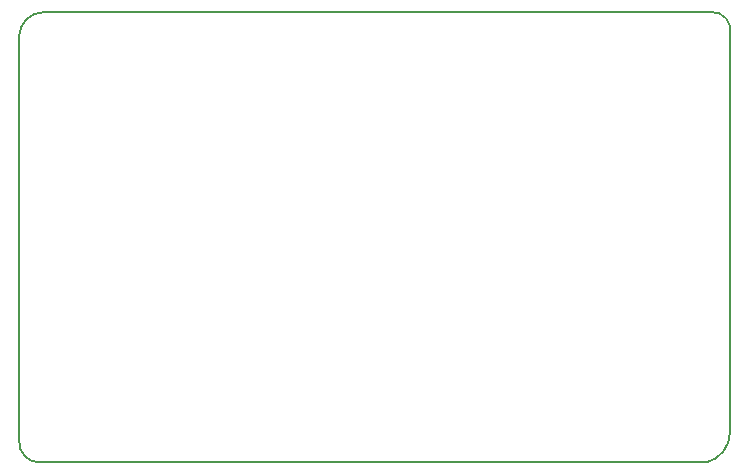
<source format=gbr>
%TF.GenerationSoftware,KiCad,Pcbnew,(6.0.4)*%
%TF.CreationDate,2022-06-24T22:40:59+02:00*%
%TF.ProjectId,ESP32_robot,45535033-325f-4726-9f62-6f742e6b6963,rev?*%
%TF.SameCoordinates,Original*%
%TF.FileFunction,Profile,NP*%
%FSLAX46Y46*%
G04 Gerber Fmt 4.6, Leading zero omitted, Abs format (unit mm)*
G04 Created by KiCad (PCBNEW (6.0.4)) date 2022-06-24 22:40:59*
%MOMM*%
%LPD*%
G01*
G04 APERTURE LIST*
%TA.AperFunction,Profile*%
%ADD10C,0.200000*%
%TD*%
G04 APERTURE END LIST*
D10*
X133493400Y-81147101D02*
X77160000Y-81130000D01*
X77425723Y-43010096D02*
G75*
G03*
X75300000Y-45050000I-23J-2127504D01*
G01*
X75310016Y-79310001D02*
G75*
G03*
X77160000Y-81130000I1696384J-125899D01*
G01*
X135500000Y-45000000D02*
X135500000Y-78564901D01*
X77425723Y-43010123D02*
X133832600Y-43000000D01*
X133493408Y-81147132D02*
G75*
G03*
X135500000Y-78564901I-658208J2582232D01*
G01*
X135499950Y-44999987D02*
G75*
G03*
X133832600Y-43000000I-1535150J415187D01*
G01*
X75310000Y-79310000D02*
X75300000Y-45050000D01*
M02*

</source>
